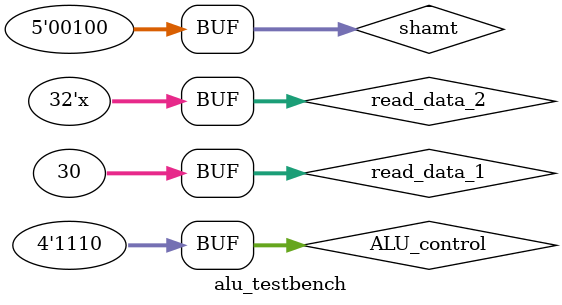
<source format=v>
`define DELAY 20
module alu_testbench();

wire zero;
wire [31:0] ALU_result;
reg [31:0] read_data_1, read_data_2;
reg [4:0] shamt;
reg [3:0] ALU_control;

alu myalu(zero, ALU_result, read_data_1, read_data_2, shamt, ALU_control);

initial begin
read_data_1 = 32'd1; read_data_2 =32'd0; shamt=5'b00000; ALU_control = 4'b0000;  //and
#`DELAY;
read_data_1 = 32'd1; read_data_2 =32'd0; shamt=5'b00000; ALU_control = 4'b0001;  //or
#`DELAY;
read_data_1 = 32'd13; read_data_2 =32'd5; shamt=5'b00000; ALU_control = 4'b0010;  //add
#`DELAY;
read_data_1 = 32'd29; read_data_2 =32'd23; shamt=5'b00000; ALU_control = 4'b0110;  //sub
#`DELAY;
read_data_1 = 32'd8; read_data_2 =32'd2; shamt=5'b00000; ALU_control = 4'b0111;  //slt
#`DELAY;
read_data_1 = 32'd30; read_data_2 =32'd5; shamt=5'b00000; ALU_control = 4'b1100;  //nor
#`DELAY;
read_data_1 = 32'd16; read_data_2 =32'dx; shamt=5'b00010; ALU_control = 4'b1101;  //sll
#`DELAY;
read_data_1 = 32'd30; read_data_2 =32'dx; shamt=5'b00100; ALU_control = 4'b1110;  //srl
#`DELAY;
end

initial
begin
$monitor("time = %2d, read_data_1= %1d read_data_2= %1d , shamt= %1d , ALU_control= %1d , result:%1d", $time,read_data_1, read_data_2, shamt, ALU_control, ALU_result);
end


endmodule
</source>
